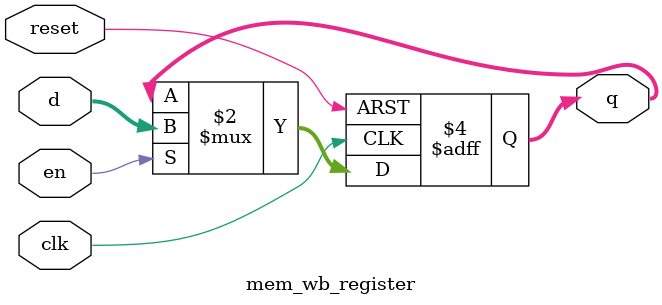
<source format=v>
`timescale 1ns/1ps

module mem_wb_register (
    input wire clk,
    input wire reset,
    input wire en,
    input wire [161:0] d,
    output reg [161:0] q
);

    always @(posedge clk or posedge reset) begin
        if (reset)
            q <= {162{1'b0}};
        else if (en)
            q <= d;
    end
    
endmodule

</source>
